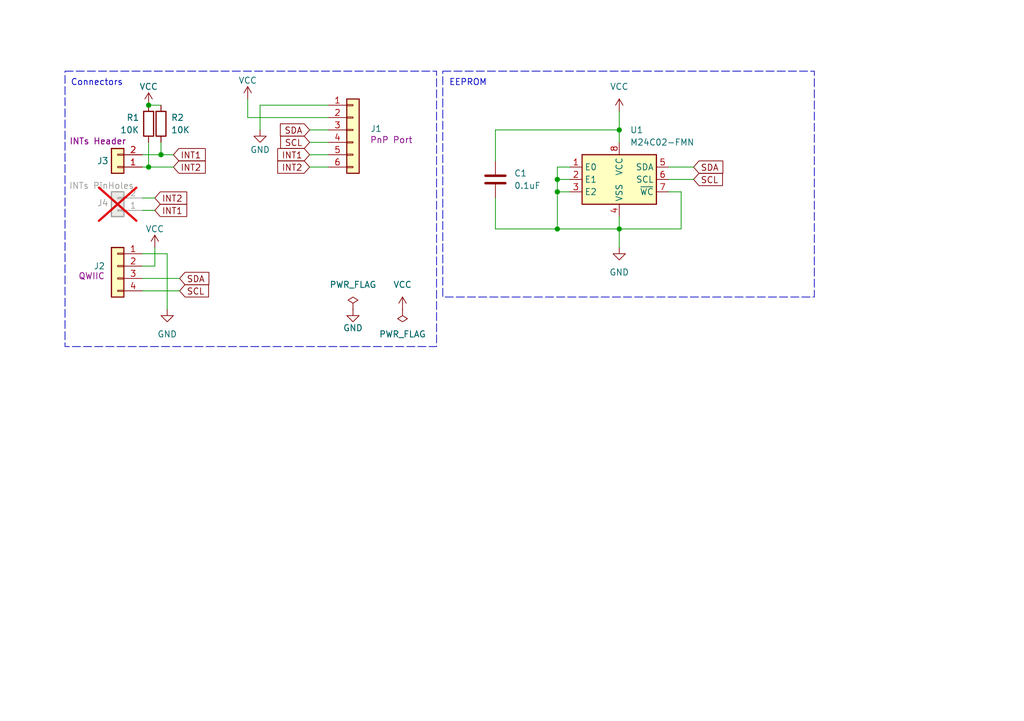
<source format=kicad_sch>
(kicad_sch (version 20231120) (generator "eeschema") (generator_version "8.0")
  (paper "A5")
  (title_block (title "PlugAndPlay QWIIC Adapter") (date "2025-05-18") (rev "2") (company "A.B. Yazamut"))
  (lib_symbols
    (symbol "Connector_Generic:Conn_01x02" (pin_names (offset 1.016) hide)
      (property "Reference" "J" (at 0 2.54 0))
      (property "Value" "Conn_01x02" (at 0 -5.08 0))
      (symbol "Conn_01x02_1_1"
        (rectangle (start -1.27 -2.413) (end 0 -2.667) (stroke (width 0.1524)))
        (rectangle (start -1.27 0.127) (end 0 -0.127) (stroke (width 0.1524)))
        (rectangle (start -1.27 1.27) (end 1.27 -3.81) (stroke (width 0.254)) (fill (type background)))
        (pin passive line (at -5.08 0 0) (length 3.81) (name "Pin_1") (number "1"))
        (pin passive line (at -5.08 -2.54 0) (length 3.81) (name "Pin_2") (number "2"))
      )
    )
    (symbol "Connector_Generic:Conn_01x04" (pin_names (offset 1.016) hide)
      (property "Reference" "J" (at 0 5.08 0))
      (property "Value" "Conn_01x04" (at 0 -7.62 0))
      (symbol "Conn_01x04_1_1"
        (rectangle (start -1.27 -4.953) (end 0 -5.207) (stroke (width 0.1524)))
        (rectangle (start -1.27 -2.413) (end 0 -2.667) (stroke (width 0.1524)))
        (rectangle (start -1.27 0.127) (end 0 -0.127) (stroke (width 0.1524)))
        (rectangle (start -1.27 2.667) (end 0 2.413) (stroke (width 0.1524)))
        (rectangle (start -1.27 3.81) (end 1.27 -6.35) (stroke (width 0.254)) (fill (type background)))
        (pin passive line (at -5.08 2.54 0) (length 3.81) (name "Pin_1") (number "1"))
        (pin passive line (at -5.08 0 0) (length 3.81) (name "Pin_2") (number "2"))
        (pin passive line (at -5.08 -2.54 0) (length 3.81) (name "Pin_3") (number "3"))
        (pin passive line (at -5.08 -5.08 0) (length 3.81) (name "Pin_4") (number "4"))
      )
    )
    (symbol "Connector_Generic:Conn_01x06" (pin_names (offset 1.016) hide)
      (property "Reference" "J" (at 0 7.62 0))
      (property "Value" "Conn_01x06" (at 0 -10.16 0))
      (symbol "Conn_01x06_1_1"
        (rectangle (start -1.27 -7.493) (end 0 -7.747) (stroke (width 0.1524)))
        (rectangle (start -1.27 -4.953) (end 0 -5.207) (stroke (width 0.1524)))
        (rectangle (start -1.27 -2.413) (end 0 -2.667) (stroke (width 0.1524)))
        (rectangle (start -1.27 0.127) (end 0 -0.127) (stroke (width 0.1524)))
        (rectangle (start -1.27 2.667) (end 0 2.413) (stroke (width 0.1524)))
        (rectangle (start -1.27 5.207) (end 0 4.953) (stroke (width 0.1524)))
        (rectangle (start -1.27 6.35) (end 1.27 -8.89) (stroke (width 0.254)) (fill (type background)))
        (pin passive line (at -5.08 5.08 0) (length 3.81) (name "Pin_1") (number "1"))
        (pin passive line (at -5.08 2.54 0) (length 3.81) (name "Pin_2") (number "2"))
        (pin passive line (at -5.08 0 0) (length 3.81) (name "Pin_3") (number "3"))
        (pin passive line (at -5.08 -2.54 0) (length 3.81) (name "Pin_4") (number "4"))
        (pin passive line (at -5.08 -5.08 0) (length 3.81) (name "Pin_5") (number "5"))
        (pin passive line (at -5.08 -7.62 0) (length 3.81) (name "Pin_6") (number "6"))
      )
    )
    (symbol "Device:C" (pin_numbers hide) (pin_names (offset 0.254))
      (property "Reference" "C" (at 0.635 2.54 0))
      (property "Value" "C" (at 0.635 -2.54 0))
      (symbol "C_0_1"
        (polyline (pts (xy -2.032 -0.762) (xy 2.032 -0.762)) (stroke (width 0.508)))
        (polyline (pts (xy -2.032 0.762) (xy 2.032 0.762)) (stroke (width 0.508)))
      )
      (symbol "C_1_1"
        (pin passive line (at 0 3.81 270) (length 2.794) (name "~") (number "1"))
        (pin passive line (at 0 -3.81 90) (length 2.794) (name "~") (number "2"))
      )
    )
    (symbol "Device:R" (pin_numbers hide) (pin_names (offset 0))
      (property "Reference" "R" (at 2.032 0 90))
      (property "Value" "R" (at 0 0 90))
      (symbol "R_0_1"
        (rectangle (start -1.016 -2.54) (end 1.016 2.54) (stroke (width 0.254)))
      )
      (symbol "R_1_1"
        (pin passive line (at 0 3.81 270) (length 1.27) (name "~") (number "1"))
        (pin passive line (at 0 -3.81 90) (length 1.27) (name "~") (number "2"))
      )
    )
    (symbol "Memory_EEPROM:M24C02-FMN"
      (property "Reference" "U" (at -6.35 6.35 0))
      (property "Value" "M24C02-FMN" (at 7.62 6.35 0))
      (symbol "M24C02-FMN_0_1"
        (rectangle (start -7.62 5.08) (end 7.62 -5.08) (stroke (width 0.254)) (fill (type background)))
      )
      (symbol "M24C02-FMN_1_1"
        (pin input line (at -10.16 2.54 0) (length 2.54) (name "E0") (number "1"))
        (pin input line (at -10.16 0 0) (length 2.54) (name "E1") (number "2"))
        (pin input line (at -10.16 -2.54 0) (length 2.54) (name "E2") (number "3"))
        (pin power_in line (at 0 -7.62 90) (length 2.54) (name "VSS") (number "4"))
        (pin bidirectional line (at 10.16 2.54 180) (length 2.54) (name "SDA") (number "5"))
        (pin input line (at 10.16 0 180) (length 2.54) (name "SCL") (number "6"))
        (pin input line (at 10.16 -2.54 180) (length 2.54) (name "~{WC}") (number "7"))
        (pin power_in line (at 0 7.62 270) (length 2.54) (name "VCC") (number "8"))
      )
    )
    (symbol "power:GND" (power) (pin_numbers hide) (pin_names (offset 0) hide)
      (property "Value" "GND" (at 0 -3.81 0))
      (symbol "GND_0_1"
        (polyline (pts (xy 0 0) (xy 0 -1.27) (xy 1.27 -1.27) (xy 0 -2.54) (xy -1.27 -1.27) (xy 0 -1.27)))
      )
      (symbol "GND_1_1"
        (pin power_in line (at 0 0 270) (length 0) (name "~") (number "1"))
      )
    )
    (symbol "power:PWR_FLAG" (power) (pin_numbers hide) (pin_names (offset 0) hide)
      (property "Value" "PWR_FLAG" (at 0 3.81 0))
      (symbol "PWR_FLAG_0_0"
        (pin power_out line (at 0 0 90) (length 0) (name "~") (number "1"))
      )
      (symbol "PWR_FLAG_0_1"
        (polyline (pts (xy 0 0) (xy 0 1.27) (xy -1.016 1.905) (xy 0 2.54) (xy 1.016 1.905) (xy 0 1.27)))
      )
    )
    (symbol "power:VCC" (power) (pin_numbers hide) (pin_names (offset 0) hide)
      (property "Value" "VCC" (at 0 3.556 0))
      (symbol "VCC_0_1"
        (polyline (pts (xy -0.762 1.27) (xy 0 2.54)))
        (polyline (pts (xy 0 0) (xy 0 2.54)))
        (polyline (pts (xy 0 2.54) (xy 0.762 1.27)))
      )
      (symbol "VCC_1_1"
        (pin power_in line (at 0 0 90) (length 0) (name "~") (number "1"))
      )
    )
  )
  (junction (at 33.02 31.75))
  (junction (at 114.3 46.99))
  (junction (at 114.3 36.83))
  (junction (at 114.3 39.37))
  (junction (at 127 46.99))
  (junction (at 30.48 34.29))
  (junction (at 127 26.67))
  (junction (at 30.48 21.59))
  (wire (pts (xy 101.6 40.64) (xy 101.6 46.99)))
  (wire (pts (xy 33.02 31.75) (xy 35.56 31.75)))
  (wire (pts (xy 53.34 21.59) (xy 67.31 21.59)))
  (wire (pts (xy 29.21 34.29) (xy 30.48 34.29)))
  (wire (pts (xy 114.3 34.29) (xy 116.84 34.29)))
  (wire (pts (xy 101.6 46.99) (xy 114.3 46.99)))
  (wire (pts (xy 29.21 57.15) (xy 36.83 57.15)))
  (wire (pts (xy 31.75 50.8) (xy 31.75 54.61)))
  (wire (pts (xy 50.8 24.13) (xy 67.31 24.13)))
  (wire (pts (xy 137.16 34.29) (xy 142.24 34.29)))
  (wire (pts (xy 114.3 36.83) (xy 114.3 39.37)))
  (wire (pts (xy 114.3 39.37) (xy 114.3 46.99)))
  (wire (pts (xy 127 46.99) (xy 139.7 46.99)))
  (wire (pts (xy 114.3 46.99) (xy 127 46.99)))
  (wire (pts (xy 116.84 39.37) (xy 114.3 39.37)))
  (wire (pts (xy 31.75 54.61) (xy 29.21 54.61)))
  (wire (pts (xy 30.48 29.21) (xy 30.48 34.29)))
  (wire (pts (xy 116.84 36.83) (xy 114.3 36.83)))
  (wire (pts (xy 101.6 26.67) (xy 127 26.67)))
  (wire (pts (xy 30.48 21.59) (xy 33.02 21.59)))
  (wire (pts (xy 34.29 52.07) (xy 34.29 63.5)))
  (wire (pts (xy 137.16 39.37) (xy 139.7 39.37)))
  (wire (pts (xy 127 46.99) (xy 127 50.8)))
  (wire (pts (xy 127 44.45) (xy 127 46.99)))
  (wire (pts (xy 139.7 39.37) (xy 139.7 46.99)))
  (wire (pts (xy 33.02 29.21) (xy 33.02 31.75)))
  (wire (pts (xy 114.3 36.83) (xy 114.3 34.29)))
  (wire (pts (xy 63.5 26.67) (xy 67.31 26.67)))
  (wire (pts (xy 101.6 33.02) (xy 101.6 26.67)))
  (wire (pts (xy 53.34 21.59) (xy 53.34 26.67)))
  (wire (pts (xy 63.5 31.75) (xy 67.31 31.75)))
  (wire (pts (xy 29.21 52.07) (xy 34.29 52.07)))
  (wire (pts (xy 127 22.86) (xy 127 26.67)))
  (wire (pts (xy 30.48 34.29) (xy 35.56 34.29)))
  (wire (pts (xy 63.5 29.21) (xy 67.31 29.21)))
  (wire (pts (xy 29.21 40.64) (xy 31.75 40.64)))
  (wire (pts (xy 29.21 31.75) (xy 33.02 31.75)))
  (wire (pts (xy 29.21 59.69) (xy 36.83 59.69)))
  (wire (pts (xy 127 26.67) (xy 127 29.21)))
  (wire (pts (xy 29.21 43.18) (xy 31.75 43.18)))
  (wire (pts (xy 50.8 24.13) (xy 50.8 20.32)))
  (wire (pts (xy 63.5 34.29) (xy 67.31 34.29)))
  (wire (pts (xy 137.16 36.83) (xy 142.24 36.83)))
  (rectangle (start 13.335 14.605) (end 89.535 71.12) (stroke (width 0) (type dash)))
  (rectangle (start 90.805 14.605) (end 167.005 60.96) (stroke (width 0) (type dash)))
  (text "EEPROM" (at 92.075 17.78 0) (effects (font (size 1.27 1.27)) (justify left bottom)))
  (text "Connectors" (at 14.478 17.78 0) (effects (font (size 1.27 1.27)) (justify left bottom)))
  (global_label "INT1" (shape input) (at 35.56 31.75 0) (property "Intersheetrefs" "${INTERSHEET_REFS}" (effects (hide yes))))
  (global_label "INT2" (shape input) (at 31.75 40.64 0) (property "Intersheetrefs" "${INTERSHEET_REFS}" (effects (hide yes))))
  (global_label "SDA" (shape input) (at 63.5 26.67 180) (property "Intersheetrefs" "${INTERSHEET_REFS}" (effects (hide yes))))
  (global_label "SCL" (shape input) (at 142.24 36.83 0) (property "Intersheetrefs" "${INTERSHEET_REFS}" (effects (hide yes))))
  (global_label "SDA" (shape input) (at 36.83 57.15 0) (property "Intersheetrefs" "${INTERSHEET_REFS}" (effects (hide yes))))
  (global_label "INT1" (shape input) (at 63.5 31.75 180) (property "Intersheetrefs" "${INTERSHEET_REFS}" (effects (hide yes))))
  (global_label "INT2" (shape input) (at 35.56 34.29 0) (property "Intersheetrefs" "${INTERSHEET_REFS}" (effects (hide yes))))
  (global_label "SCL" (shape input) (at 63.5 29.21 180) (property "Intersheetrefs" "${INTERSHEET_REFS}" (effects (hide yes))))
  (global_label "SCL" (shape input) (at 36.83 59.69 0) (property "Intersheetrefs" "${INTERSHEET_REFS}" (effects (hide yes))))
  (global_label "SDA" (shape input) (at 142.24 34.29 0) (property "Intersheetrefs" "${INTERSHEET_REFS}" (effects (hide yes))))
  (global_label "INT2" (shape input) (at 63.5 34.29 180) (property "Intersheetrefs" "${INTERSHEET_REFS}" (effects (hide yes))))
  (global_label "INT1" (shape input) (at 31.75 43.18 0) (property "Intersheetrefs" "${INTERSHEET_REFS}" (effects (hide yes))))
  (symbol (lib_id "power:VCC") (at 82.55 63.5 0) (unit 1)
    (property "Reference" "#PWR06" (effects (hide yes)))
    (property "Value" "VCC" (at 82.55 58.42 0))
    (property "Description" "Power symbol creates a global label with name \"VCC\"" (effects (hide yes)))
  )
  (symbol (lib_id "Connector_Generic:Conn_01x04") (at 24.13 54.61 0) (mirror y) (unit 1)
    (property "Reference" "J2" (at 21.59 54.61 0) (effects (justify left)))
    (property "Value" "JST_SH_SM04B-SRSS-TB_1x04-1MP_P1.00mm_Horizontal" (effects (hide yes)))
    (property "Footprint" "Connector_JST:JST_SH_SM04B-SRSS-TB_1x04-1MP_P1.00mm_Horizontal" (effects (hide yes)))
    (property "Description" "QWIIC" (at 18.796 56.642 0))
    (property "MPN" "C7430446" (effects (hide yes)))
    (property "Feeder" "16mm" (effects (hide yes)))
  )
  (symbol (lib_id "power:VCC") (at 127 22.86 0) (unit 1)
    (property "Reference" "#PWR03" (effects (hide yes)))
    (property "Value" "VCC" (at 127 17.78 0))
    (property "Description" "Power symbol creates a global label with name \"VCC\"" (effects (hide yes)))
  )
  (symbol (lib_id "power:GND") (at 127 50.8 0) (unit 1)
    (property "Reference" "#PWR04" (effects (hide yes)))
    (property "Value" "GND" (at 127 55.88 0))
    (property "Description" "Power symbol creates a global label with name \"GND\" , ground" (effects (hide yes)))
  )
  (symbol (lib_id "power:VCC") (at 30.48 21.59 0) (mirror y) (unit 1)
    (property "Reference" "#PWR7" (effects (hide yes)))
    (property "Value" "VCC" (at 30.48 17.78 0))
    (property "Description" "Power symbol creates a global label with name \"VCC\"" (effects (hide yes)))
  )
  (symbol (lib_id "power:PWR_FLAG") (at 72.39 63.5 0) (unit 1)
    (property "Reference" "#FLG01" (effects (hide yes)))
    (property "Value" "PWR_FLAG" (at 72.39 58.42 0))
    (property "Description" "Special symbol for telling ERC where power comes from" (effects (hide yes)))
  )
  (symbol (lib_id "power:GND") (at 53.34 26.67 0) (mirror y) (unit 1)
    (property "Reference" "#PWR01" (effects (hide yes)))
    (property "Value" "GND" (at 53.34 30.734 0))
    (property "Description" "Power symbol creates a global label with name \"GND\" , ground" (effects (hide yes)))
  )
  (symbol (lib_id "Connector_Generic:Conn_01x02") (at 24.13 34.29 180) (unit 1)
    (property "Reference" "J3" (at 21.082 33.02 0))
    (property "Footprint" "Library:PinHeader_1x02_P2.54mm_Horizontal_SMD" (effects (hide yes)))
    (property "Description" "INTs Header" (at 20.066 28.956 0))
    (property "MPN" "C5142235" (effects (hide yes)))
  )
  (symbol (lib_id "power:GND") (at 34.29 63.5 0) (mirror y) (unit 1)
    (property "Reference" "#PWR013" (effects (hide yes)))
    (property "Value" "GND" (at 34.29 68.58 0))
    (property "Description" "Power symbol creates a global label with name \"GND\" , ground" (effects (hide yes)))
  )
  (symbol (lib_id "Connector_Generic:Conn_01x02") (at 24.13 43.18 180) (unit 1) (dnp yes)
    (property "Reference" "J4" (at 21.082 41.656 0))
    (property "Value" "Conn_01x02" (effects (hide yes)))
    (property "Footprint" "Connector_PinSocket_2.54mm:PinSocket_1x02_P2.54mm_Vertical" (effects (hide yes)))
    (property "Description" "INTs PinHoles" (at 20.828 38.1 0))
  )
  (symbol (lib_id "power:VCC") (at 31.75 50.8 0) (mirror y) (unit 1)
    (property "Reference" "#PWR02" (effects (hide yes)))
    (property "Value" "VCC" (at 31.75 46.99 0))
    (property "Description" "Power symbol creates a global label with name \"VCC\"" (effects (hide yes)))
  )
  (symbol (lib_id "power:PWR_FLAG") (at 82.55 63.5 0) (mirror x) (unit 1)
    (property "Reference" "#FLG02" (effects (hide yes)))
    (property "Value" "PWR_FLAG" (at 82.55 68.58 0))
    (property "Description" "Special symbol for telling ERC where power comes from" (effects (hide yes)))
  )
  (symbol (lib_id "Device:R") (at 33.02 25.4 0) (unit 1)
    (property "Reference" "R2" (at 35.052 24.13 0) (effects (justify left)))
    (property "Value" "10K" (at 35.052 26.67 0) (effects (justify left)))
    (property "Footprint" "Resistor_SMD:R_0603_1608Metric" (effects (hide yes)))
    (property "Description" "Resistor" (effects (hide yes)))
    (property "MPN" "C25804 " (effects (hide yes)))
    (property "Feeder" "8mm" (effects (hide yes)))
  )
  (symbol (lib_id "Device:C") (at 101.6 36.83 0) (unit 1)
    (property "Reference" "C1" (at 105.41 35.56 0) (effects (justify left)))
    (property "Value" "0.1uF" (at 105.41 38.1 0) (effects (justify left)))
    (property "Footprint" "Capacitor_SMD:C_0603_1608Metric" (effects (hide yes)))
    (property "MPN" "C14663" (effects (hide yes)))
    (property "Feeder" "8mm" (effects (hide yes)))
  )
  (symbol (lib_id "power:VCC") (at 50.8 20.32 0) (mirror y) (unit 1)
    (property "Reference" "#PWR014" (effects (hide yes)))
    (property "Value" "VCC" (at 50.8 16.51 0))
    (property "Description" "Power symbol creates a global label with name \"VCC\"" (effects (hide yes)))
  )
  (symbol (lib_id "power:GND") (at 72.39 63.5 0) (unit 1)
    (property "Reference" "#PWR05" (effects (hide yes)))
    (property "Value" "GND" (at 72.39 67.31 0))
    (property "Description" "Power symbol creates a global label with name \"GND\" , ground" (effects (hide yes)))
  )
  (symbol (lib_id "Memory_EEPROM:M24C02-FMN") (at 127 36.83 0) (unit 1)
    (property "Reference" "U1" (at 129.1941 26.67 0) (effects (justify left)))
    (property "Value" "M24C02-FMN" (at 129.1941 29.21 0) (effects (justify left)))
    (property "Footprint" "Package_SO:SOIC-8_3.9x4.9mm_P1.27mm" (effects (hide yes)))
    (property "Datasheet" "http://www.st.com/content/ccc/resource/technical/document/datasheet/b0/d8/50/40/5a/85/49/6f/DM00071904.pdf/files/DM00071904.pdf/jcr:content/translations/en.DM00071904.pdf" (effects (hide yes)))
    (property "MPN" "C114502" (effects (hide yes)))
    (property "Feeder" "12mm" (effects (hide yes)))
  )
  (symbol (lib_id "Connector_Generic:Conn_01x06") (at 72.39 26.67 0) (unit 1)
    (property "Reference" "J1" (at 75.946 26.416 0) (effects (justify left)))
    (property "Value" "JST_SH_SM06B-SRSS-TB_1x06-1MP_P1.00mm_Horizontal" (effects (hide yes)))
    (property "Footprint" "Connector_JST:JST_SH_SM06B-SRSS-TB_1x06-1MP_P1.00mm_Horizontal" (effects (hide yes)))
    (property "Description" "PnP Port" (at 80.264 28.702 0))
    (property "MPN" "C7430448" (effects (hide yes)))
    (property "Feeder" "16mm" (effects (hide yes)))
  )
  (symbol (lib_id "Device:R") (at 30.48 25.4 0) (unit 1)
    (property "Reference" "R1" (at 25.908 24.13 0) (effects (justify left)))
    (property "Value" "10K" (at 24.638 26.67 0) (effects (justify left)))
    (property "Footprint" "Resistor_SMD:R_0603_1608Metric" (effects (hide yes)))
    (property "Description" "Resistor" (effects (hide yes)))
    (property "MPN" "C25804 " (effects (hide yes)))
    (property "Feeder" "8mm" (effects (hide yes)))
  )
)
</source>
